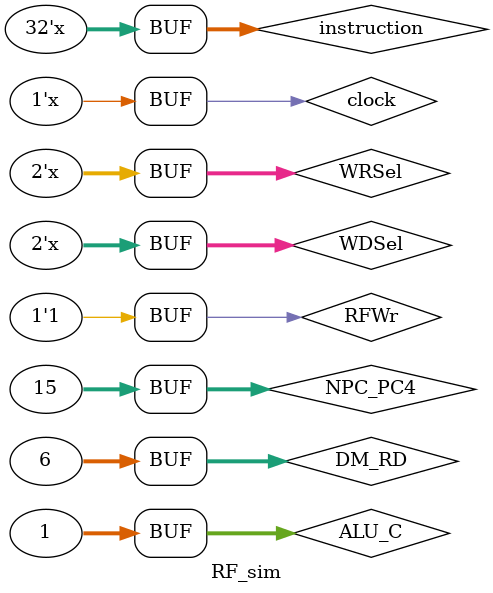
<source format=v>
`timescale 1ns / 1ps


module RF_sim(

    );
    wire [31:0] RD1;
    wire [31:0] RD2;
    wire [15:0] IMM;
    reg [31:0] instruction;
    reg clock;
    reg [31:0] ALU_C;
    reg [31:0] DM_RD;
    reg [31:0] NPC_PC4;
    reg [1:0] WRSel;
    reg RFWr;
    reg [1:0] WDSel;
    
    
    RF rrr(
    .RD1(RD1),
    .RD2(RD2),
    .IMM(IMM),
    .instruction(instruction),
    .clock(clock),
    .ALU_C(ALU_C),
    .DM_RD(DM_RD),
    .NPC_PC4(NPC_PC4),
    .WRSel(WRSel),
    .RFWr(RFWr),
    .WDSel(WDSel)
    );
    
    initial
    begin
        instruction = 32'b0101010101010101;
        clock = 0;
        ALU_C = 32'b01;
        DM_RD = 32'b0110;
        NPC_PC4 = 32'b01111;
        WRSel = 2'b00;
        RFWr = 0;
        WDSel = 2'b00;
    end
    
    always
    begin
        #1 clock = ~clock;
        #40 instruction = instruction + 16;
        #100 WRSel = WRSel + 1;
        #150 WDSel = WDSel + 1;
             RFWr = 1;
    end
endmodule

</source>
